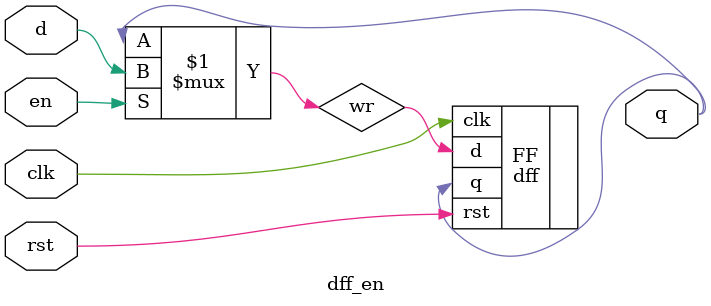
<source format=v>
`default_nettype none
module dff_en(q, d, en, clk, rst);

    output wire        q;
    input wire         d, en;
    input wire         clk;
    input wire         rst;

  wire wr;
  assign wr = en ? d : q;
  dff FF(.q(q), .d(wr), .clk(clk), .rst(rst));
endmodule
`default_nettype wire
// DUMMY LINE FOR REV CONTROL :0:

</source>
